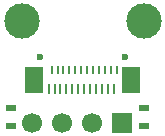
<source format=gbr>
G04 #@! TF.FileFunction,Soldermask,Top*
%FSLAX46Y46*%
G04 Gerber Fmt 4.6, Leading zero omitted, Abs format (unit mm)*
G04 Created by KiCad (PCBNEW 4.0.1-3.201512221402+6198~38~ubuntu14.04.1-stable) date mån 28 dec 2015 02:15:22*
%MOMM*%
G01*
G04 APERTURE LIST*
%ADD10C,0.100000*%
%ADD11R,0.270000X0.900000*%
%ADD12R,0.270000X0.800000*%
%ADD13C,0.600000*%
%ADD14O,0.600000X0.600000*%
%ADD15R,1.650000X2.300000*%
%ADD16C,3.000000*%
%ADD17R,0.900000X0.500000*%
%ADD18C,1.700000*%
%ADD19R,1.700000X1.700000*%
G04 APERTURE END LIST*
D10*
D11*
X69135000Y-8215000D03*
X68635000Y-8215000D03*
X68135000Y-8215000D03*
X67635000Y-8215000D03*
X67135000Y-8215000D03*
X66635000Y-8215000D03*
X66135000Y-8215000D03*
X65635000Y-8215000D03*
X65135000Y-8215000D03*
X64635000Y-8215000D03*
X64135000Y-8215000D03*
X63635000Y-8215000D03*
D12*
X63890000Y-6615000D03*
X64390000Y-6615000D03*
X64890000Y-6615000D03*
X65390000Y-6615000D03*
X65890000Y-6615000D03*
X66390000Y-6615000D03*
X66890000Y-6615000D03*
X67390000Y-6615000D03*
X67890000Y-6615000D03*
X68390000Y-6615000D03*
X68890000Y-6615000D03*
X69390000Y-6615000D03*
D13*
X70110000Y-5515000D03*
D14*
X62910000Y-5515000D03*
D15*
X70605000Y-7515000D03*
X62415000Y-7515000D03*
D16*
X61351520Y-2465000D03*
X71670120Y-2465000D03*
D17*
X71750500Y-9890000D03*
X71750500Y-11390000D03*
X60450500Y-9890000D03*
X60450500Y-11390000D03*
D18*
X62236000Y-11103000D03*
X64776000Y-11103000D03*
X67316000Y-11103000D03*
D19*
X69856000Y-11103000D03*
M02*

</source>
